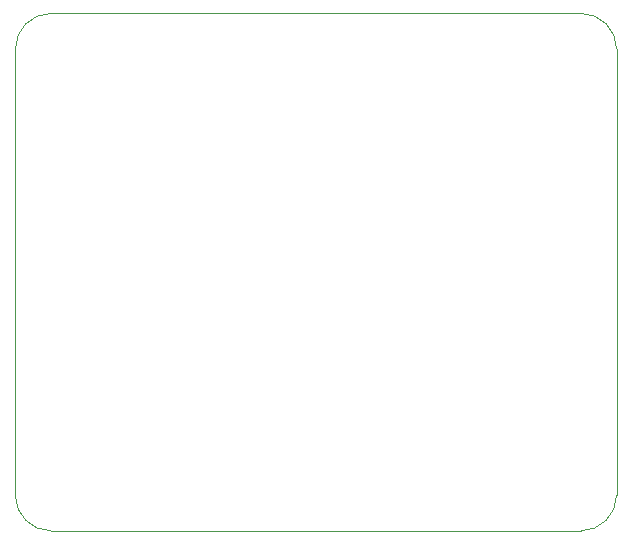
<source format=gbr>
%TF.GenerationSoftware,KiCad,Pcbnew,9.0.2*%
%TF.CreationDate,2025-07-01T21:57:16-05:00*%
%TF.ProjectId,testing3,74657374-696e-4673-932e-6b696361645f,rev?*%
%TF.SameCoordinates,Original*%
%TF.FileFunction,Profile,NP*%
%FSLAX46Y46*%
G04 Gerber Fmt 4.6, Leading zero omitted, Abs format (unit mm)*
G04 Created by KiCad (PCBNEW 9.0.2) date 2025-07-01 21:57:16*
%MOMM*%
%LPD*%
G01*
G04 APERTURE LIST*
%TA.AperFunction,Profile*%
%ADD10C,0.050000*%
%TD*%
G04 APERTURE END LIST*
D10*
X193200000Y-91800000D02*
G75*
G02*
X196200000Y-88800000I3000000J0D01*
G01*
X196200000Y-88800000D02*
X241100000Y-88800000D01*
X241100000Y-88800000D02*
G75*
G02*
X244100000Y-91800000I0J-3000000D01*
G01*
X244100000Y-91800000D02*
X244100000Y-129600000D01*
X241100000Y-132600000D02*
X196200000Y-132600000D01*
X244100000Y-129600000D02*
G75*
G02*
X241100000Y-132600000I-3000000J0D01*
G01*
X193200000Y-129600000D02*
X193200000Y-91800000D01*
X196200000Y-132600000D02*
G75*
G02*
X193200000Y-129600000I0J3000000D01*
G01*
M02*

</source>
